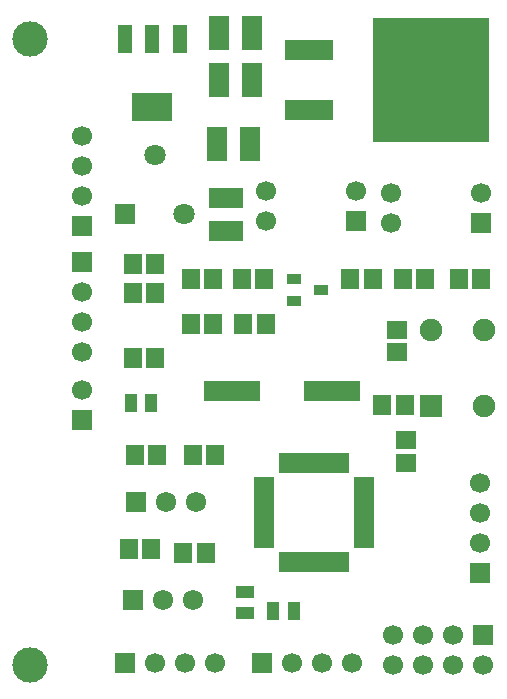
<source format=gbr>
G04 DipTrace 3.1.0.1*
G04 mask-top.gbr*
%MOIN*%
G04 #@! TF.FileFunction,Soldermask,Top*
G04 #@! TF.Part,Single*
%ADD32R,0.066929X0.066929*%
%ADD33C,0.066929*%
%ADD48C,0.11811*%
%ADD55R,0.185039X0.066929*%
%ADD57C,0.066929*%
%ADD59R,0.389764X0.417323*%
%ADD61R,0.163386X0.066929*%
%ADD63R,0.135827X0.09252*%
%ADD65R,0.045276X0.09252*%
%ADD67R,0.070866X0.019685*%
%ADD69R,0.019685X0.070866*%
%ADD71C,0.074803*%
%ADD72R,0.074803X0.074803*%
%ADD73C,0.070866*%
%ADD75R,0.070866X0.070866*%
%ADD77R,0.049213X0.033465*%
%ADD81C,0.067874*%
%ADD83R,0.067874X0.067874*%
%ADD85R,0.041339X0.062992*%
%ADD87R,0.062992X0.041339*%
%ADD89R,0.066929X0.059055*%
%ADD91R,0.114173X0.070866*%
%ADD93R,0.070866X0.114173*%
%ADD95R,0.059055X0.066929*%
%FSLAX26Y26*%
G04*
G70*
G90*
G75*
G01*
G04 TopMask*
%LPD*%
D95*
X1284265Y1631071D3*
X1209462D3*
X1278205Y1781055D3*
X1203402D3*
X847000Y1193617D3*
X921803D3*
X1671913Y1362349D3*
X1746717D3*
D93*
X1128220Y2599717D3*
X1238457D3*
X1128220Y2443486D3*
X1238457D3*
D91*
X1153218Y2049777D3*
Y1939541D3*
D93*
X1121971Y2231008D3*
X1232207D3*
D89*
X1721908Y1537331D3*
Y1612134D3*
D87*
X1215711Y668672D3*
Y737570D3*
D85*
X1378349Y674921D3*
X1309451D3*
X903244Y1368598D3*
X834346D3*
D83*
X840751Y712417D3*
D81*
X940751D3*
X1040751D3*
D83*
X853249Y1037383D3*
D81*
X953249D3*
X1053249D3*
D32*
X2009409Y593690D3*
D33*
Y493690D3*
X1909409Y593690D3*
Y493690D3*
X1809409Y593690D3*
Y493690D3*
X1709409Y593690D3*
Y493690D3*
D32*
X1996879Y799908D3*
D33*
Y899908D3*
Y999908D3*
Y1099908D3*
D77*
X1378194Y1781055D3*
Y1706252D3*
X1468745Y1743654D3*
D95*
X1009483Y868651D3*
X1084286D3*
X903244Y881150D3*
X828441D3*
X841400Y1735432D3*
X916203D3*
X1640478Y1781055D3*
X1565675D3*
X1034480D3*
X1109283D3*
X1115722Y1193617D3*
X1040919D3*
D75*
X815753Y1996661D3*
D73*
X914178Y2193512D3*
X1012604Y1996661D3*
D95*
X840751Y1831050D3*
X915554D3*
X1928136Y1781055D3*
X2002940D3*
X1815459D3*
X1740656D3*
X1034480Y1631071D3*
X1109283D3*
D89*
X1753155Y1168619D3*
Y1243423D3*
D95*
X915743Y1518583D3*
X840940D3*
D32*
X670093Y1312349D3*
D33*
Y1412349D3*
D32*
Y1956037D3*
D33*
Y2056037D3*
Y2156037D3*
Y2256037D3*
D72*
X1834396Y1356100D3*
D71*
X2011562D3*
Y1612005D3*
X1834396D3*
D32*
X670093Y1837299D3*
D33*
Y1737299D3*
Y1637299D3*
Y1537299D3*
D32*
X1271955Y499940D3*
D33*
X1371955D3*
X1471955D3*
X1571955D3*
D69*
X1553176Y1168619D3*
X1533491D3*
X1513806D3*
X1494121D3*
X1474436D3*
X1454751D3*
X1435066D3*
X1415381D3*
X1395696D3*
X1376010D3*
X1356325D3*
X1336640D3*
D67*
X1279554Y1111533D3*
Y1091848D3*
Y1072163D3*
Y1052478D3*
Y1032793D3*
Y1013108D3*
Y993423D3*
Y973738D3*
Y954052D3*
Y934367D3*
Y914682D3*
Y894997D3*
D69*
X1336640Y837911D3*
X1356325D3*
X1376010D3*
X1395696D3*
X1415381D3*
X1435066D3*
X1454751D3*
X1474436D3*
X1494121D3*
X1513806D3*
X1533491D3*
X1553176D3*
D67*
X1610262Y894997D3*
Y914682D3*
Y934367D3*
Y954052D3*
Y973738D3*
Y993423D3*
Y1013108D3*
Y1032793D3*
Y1052478D3*
Y1072163D3*
Y1091848D3*
Y1111533D3*
D65*
X996984Y2580971D3*
X906433D3*
X815882D3*
D63*
X906433Y2352625D3*
D61*
X1428189Y2543472D3*
X1428169Y2343470D3*
D59*
X1833720Y2443470D3*
D32*
X815753Y499940D3*
D33*
X915753D3*
X1015753D3*
X1115753D3*
D32*
X1584423Y1974785D3*
D57*
Y2074785D3*
X1284423D3*
Y1974785D3*
D32*
X2003129Y1968535D3*
D57*
Y2068535D3*
X1703129D3*
Y1968535D3*
D55*
X1171966Y1406094D3*
X1506612D3*
D48*
X497631Y2581442D3*
Y495449D3*
M02*

</source>
